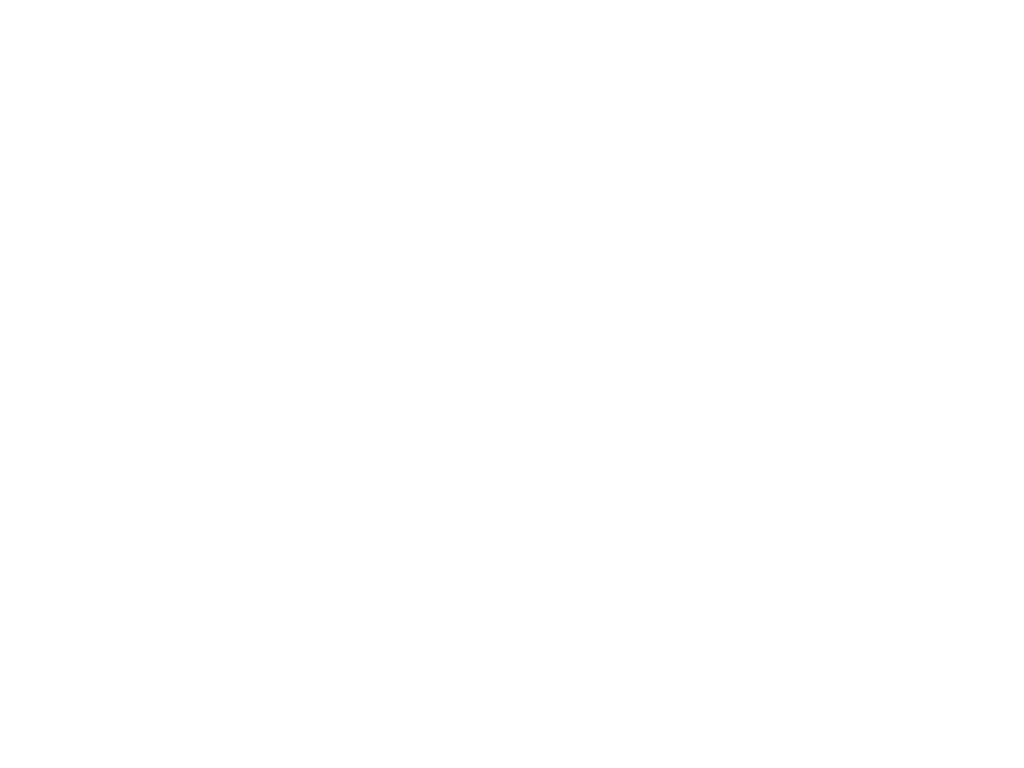
<source format=kicad_sch>
(kicad_sch (version 20211123) (generator eeschema)
  (paper "User" 200 150.012)
  (title_block (title "Soldering Induction (July 2022)") (date "2022-07-19") (rev "3.5.0") (company "UNSW Engineering Makerspace"))
  (lib_symbols
    (symbol "0:RP2040"
      (property "Reference" "U" (at 6.985 -3.81 0))
      (property "Value" "RP2040" (at 6.985 -6.985 0))
      (symbol "RP2040_1_1"
        (text ". . ." (at 21.9446 -20.932 0) (effects (font (size 0.635 0.635)) (justify top)))
        (text "0.15mm Space" (at 11.43 -17.78 0) (effects (font (size 0.635 0.635)) (justify left)))
        (text "0.2mm Space" (at 11.43 -24.13 0) (effects (font (size 0.635 0.635)) (justify left)))
        (text "0.345mm Trace" (at 11.43 -22.86 0) (effects (font (size 0.635 0.635)) (justify left)))
        (text "1.6mm Board" (at 11.43 -25.4 0) (effects (font (size 0.635 0.635)) (justify left)))
        (text "1mm Board" (at 11.43 -19.05 0) (effects (font (size 0.635 0.635)) (justify left)))
        (text "1mm Trace" (at 11.43 -16.51 0) (effects (font (size 0.635 0.635)) (justify left)))
        (text "2-Layer" (at 12.7 -13.97 0) (effects (font (size 0.8467 0.8467) italic) (justify top)))
        (text "27Ω" (at 28.0035 -22.6695 0) (effects (font (size 0.635 0.635)) (justify right)))
        (text "27Ω" (at 28.0035 -20.7645 0) (effects (font (size 0.635 0.635)) (justify right)))
        (text "27Ω Termination Resistors (Close to IC)" (at 11.43 -34.29 0) (effects (font (size 0.635 0.635)) (justify left)))
        (text "4-Layer" (at 12.7 -20.32 0) (effects (font (size 0.8467 0.8467) italic) (justify top)))
        (text "45Ω Impedance To Ground" (at 11.43 -31.75 0) (effects (font (size 0.635 0.635)) (justify left)))
        (text "90Ω Differential (D+,D-) Impedance" (at 11.43 -30.48 0) (effects (font (size 0.635 0.635)) (justify left)))
        (text "JLC7628 USB 2.0 Layout Rules:" (at 8.89 -12.7 0) (effects (font (size 0.8467 0.8467) bold) (justify left top)))
        (text "Length of D+ must match length of D-" (at 11.43 -33.02 0) (effects (font (size 0.635 0.635)) (justify left)))
        (text "Length ≤ 25.4mm" (at 11.43 -29.21 0) (effects (font (size 0.635 0.635)) (justify left)))
        (text "Other Rules" (at 8.89 -26.67 0) (effects (font (size 0.8467 0.8467) bold) (justify left top)))
        (text "RP2040" (at 32.7934 -21.7375 0) (effects (font (size 0.635 0.635) bold)))
        (text "RP2040 USB 2.0 Requirements:" (at 2.54 -10.16 0) (effects (font (size 1.27 1.27) bold) (justify left top)))
        (pin bidirectional line (at -2.54 -19.05 0) (length 2.54) (name "USB_{D}-") (number "46"))
        (pin bidirectional line (at -2.54 -25.4 0) (length 2.54) (name "USB_{D}+") (number "47"))
      )
      (symbol "RP2040_2_1"
        (text "12.000 MHz" (at 18.542 -26.924 0) (effects (font (size 0.635 0.635))))
        (text "C_{LOAD} =" (at 17.399 -14.351 0) (effects (font (size 0.635 0.635) italic) (justify left)))
        (text "C_{L}" (at 9.5504 -18.5674 0) (effects (font (size 0.635 0.635) bold) (justify right)))
        (text "C_{L}^{'} + C_{R}^{'}" (at 22.098 -14.859 0) (effects (font (size 0.635 0.635) italic) (justify left)))
        (text "C_{L}^{'} = C_{L} + C_{pcbL} + C_{pin}" (at 17.399 -16.637 0) (effects (font (size 0.635 0.635) italic) (justify left)))
        (text "C_{L}^{'} x C_{R}^{'}" (at 22.098 -13.589 0) (effects (font (size 0.635 0.635) italic) (justify left)))
        (text "C_{R}" (at 13.9954 -18.5674 0) (effects (font (size 0.635 0.635) bold) (justify left)))
        (text "C_{R}^{'} = C_{R} + C_{pcbR} + C_{pin}" (at 17.399 -18.415 0) (effects (font (size 0.635 0.635) italic) (justify left)))
        (text "Ensure XTAL ESR " (at 14.605 -23.114 0) (effects (font (size 0.635 0.635) italic) (justify left)))
        (text "is accounted for" (at 14.605 -23.495 0) (effects (font (size 0.635 0.635) italic) (justify left top)))
        (text "R_{Adj}" (at 13.6398 -16.764 0) (effects (font (size 0.635 0.635) bold) (justify left)))
        (text "Solve for C_{L} = C_{R}" (at 14.605 -21.59 0) (effects (font (size 0.635 0.635) italic) (justify left)))
        (text "Y" (at 10.8204 -16.0274 0) (effects (font (size 0.3175 0.3175) bold) (justify left)))
        (text "Δf(%) ≤ 50" (at 18.542 -25.654 0) (effects (font (size 0.635 0.635))))
        (pin input line (at 12.7 -40.64 90) (length 2.54) (name "X_{IN}") (number "20"))
        (pin passive line (at 25.4 -40.64 90) (length 2.54) (name "X_{OUT}") (number "21"))
      )
      (symbol "RP2040_3_1"
        (text "Data Bus" (at 11.176 -37.465 0) (effects (font (size 0.635 0.635) italic) (justify left)))
        (text "Quad-SPI" (at 11.176 -36.195 0) (effects (font (size 0.635 0.635) italic) (justify left)))
        (text "Quad-SPI Controls" (at 11.176 -18.669 0) (effects (font (size 0.635 0.635) italic) (justify left)))
        (text "Select, Clock" (at 11.176 -19.939 0) (effects (font (size 0.635 0.635) italic) (justify left)))
        (pin bidirectional line (at -2.54 -40.64 0) (length 2.54) (name "QSPI_{SD3}") (number "51"))
        (pin output line (at -2.54 -20.32 0) (length 2.54) (name "QSPI_{SCLK}") (number "52"))
        (pin bidirectional line (at -2.54 -33.02 0) (length 2.54) (name "QSPI_{SD0}") (number "53"))
        (pin bidirectional line (at -2.54 -38.1 0) (length 2.54) (name "QSPI_{SD2}") (number "54"))
        (pin bidirectional line (at -2.54 -35.56 0) (length 2.54) (name "QSPI_{SD1}") (number "55"))
        (pin bidirectional line (at -2.54 -17.78 0) (length 2.54) (name "QSPI_{SS}") (number "56"))
      )
      (symbol "RP2040_4_1"
        (pin power_in line (at -2.54 -22.86 0) (length 2.54) (name "IOVDD") (number "1"))
        (pin power_in line (at -2.54 -25.4 0) (length 2.54) (name "IOVDD") (number "10"))
        (pin power_in line (at -2.54 -27.94 0) (length 2.54) (name "IOVDD") (number "22"))
        (pin power_in line (at -2.54 -39.37 0) (length 2.54) (name "DVDD") (number "23"))
        (pin power_in line (at -2.54 -30.48 0) (length 2.54) (name "IOVDD") (number "33"))
        (pin power_in line (at -2.54 -33.02 0) (length 2.54) (name "IOVDD") (number "42"))
        (pin power_in line (at -2.54 -45.72 0) (length 2.54) (name "ADC_AVDD") (number "43"))
        (pin power_in line (at -2.54 -11.43 0) (length 2.54) (name "VREG_IN") (number "44"))
        (pin power_out line (at -2.54 -13.97 0) (length 2.54) (name "VREG_VOUT") (number "45"))
        (pin power_in line (at -2.54 -19.05 0) (length 2.54) (name "USB_VDD") (number "48"))
        (pin power_in line (at -2.54 -35.56 0) (length 2.54) (name "IOVDD") (number "49"))
        (pin power_in line (at -2.54 -41.91 0) (length 2.54) (name "DVDD") (number "50"))
        (pin power_in line (at 25.4 -53.34 90) (length 2.54) (name "GND") (number "57"))
      )
      (symbol "RP2040_5_1"
        (text "GPIO" (at 9.525 -48.26 900) (effects (font (size 5.08 5.08) bold)))
        (pin bidirectional line (at 27.94 -30.48 180) (length 2.54) (name "GPIO8") (number "11"))
        (pin bidirectional line (at 27.94 -33.02 180) (length 2.54) (name "GPIO9") (number "12"))
        (pin bidirectional line (at 27.94 -35.56 180) (length 2.54) (name "GPIO10") (number "13"))
        (pin bidirectional line (at 27.94 -38.1 180) (length 2.54) (name "GPIO11") (number "14"))
        (pin bidirectional line (at 27.94 -40.64 180) (length 2.54) (name "GPIO12") (number "15"))
        (pin bidirectional line (at 27.94 -43.18 180) (length 2.54) (name "GPIO13") (number "16"))
        (pin bidirectional line (at 27.94 -45.72 180) (length 2.54) (name "GPIO14") (number "17"))
        (pin bidirectional line (at 27.94 -48.26 180) (length 2.54) (name "GPIO15") (number "18"))
        (pin bidirectional line (at 27.94 -10.16 180) (length 2.54) (name "GPIO0") (number "2"))
        (pin bidirectional line (at 27.94 -50.8 180) (length 2.54) (name "GPIO16") (number "27"))
        (pin bidirectional line (at 27.94 -53.34 180) (length 2.54) (name "GPIO17") (number "28"))
        (pin bidirectional line (at 27.94 -55.88 180) (length 2.54) (name "GPIO18") (number "29"))
        (pin bidirectional line (at 27.94 -12.7 180) (length 2.54) (name "GPIO1") (number "3"))
        (pin bidirectional line (at 27.94 -58.42 180) (length 2.54) (name "GPIO19") (number "30"))
        (pin bidirectional line (at 27.94 -60.96 180) (length 2.54) (name "GPIO20") (number "31"))
        (pin bidirectional line (at 27.94 -63.5 180) (length 2.54) (name "GPIO21") (number "32"))
        (pin bidirectional line (at 27.94 -66.04 180) (length 2.54) (name "GPIO22") (number "34"))
        (pin bidirectional line (at 27.94 -68.58 180) (length 2.54) (name "GPIO23") (number "35"))
        (pin bidirectional line (at 27.94 -71.12 180) (length 2.54) (name "GPIO24") (number "36"))
        (pin bidirectional line (at 27.94 -73.66 180) (length 2.54) (name "GPIO25") (number "37"))
        (pin bidirectional line (at 27.94 -76.2 180) (length 2.54) (name "GPIO26/ADC_{0}") (number "38"))
        (pin bidirectional line (at 27.94 -78.74 180) (length 2.54) (name "GPIO27/ADC_{1}") (number "39"))
        (pin bidirectional line (at 27.94 -15.24 180) (length 2.54) (name "GPIO2") (number "4"))
        (pin bidirectional line (at 27.94 -81.28 180) (length 2.54) (name "GPIO28/ADC_{2}") (number "40"))
        (pin bidirectional line (at 27.94 -83.82 180) (length 2.54) (name "GPIO29/ADC_{3}") (number "41"))
        (pin bidirectional line (at 27.94 -17.78 180) (length 2.54) (name "GPIO3") (number "5"))
        (pin bidirectional line (at 27.94 -20.32 180) (length 2.54) (name "GPIO4") (number "6"))
        (pin bidirectional line (at 27.94 -22.86 180) (length 2.54) (name "GPIO5") (number "7"))
        (pin bidirectional line (at 27.94 -25.4 180) (length 2.54) (name "GPIO6") (number "8"))
        (pin bidirectional line (at 27.94 -27.94 180) (length 2.54) (name "GPIO7") (number "9"))
      )
      (symbol "RP2040_6_1"
        (pin unspecified line (at -2.54 -34.29 0) (length 2.54) (name "TESTEN") (number "19"))
        (pin unspecified line (at -2.54 -19.05 0) (length 2.54) (name "SWCLK") (number "24"))
        (pin bidirectional line (at -2.54 -21.59 0) (length 2.54) (name "SWDIO") (number "25"))
        (pin input line (at -2.54 -13.97 0) (length 2.54) (name "~{RESET}") (number "26"))
      )
    )
    (symbol "0:Y_3TJ412000HYFBC" (pin_names (offset 1.016) hide)
      (property "Reference" "Y" (at 3.175 5.08 0))
      (property "Value" "Y_3TJ412000HYFBC" (at 3.175 3.175 0))
      (symbol "Y_3TJ412000HYFBC_1_1"
        (pin passive line (at -3.81 0 0) (length 1.27) (name "X1") (number "1"))
        (pin power_in line (at 1.27 -5.08 90) (length 1.27) (name "GND") (number "2"))
        (pin passive line (at 3.81 0 180) (length 1.27) (name "X2") (number "3"))
        (pin power_in line (at -1.27 -5.08 90) (length 1.27) (name "GND") (number "4"))
      )
    )
    (symbol "4ms_Power-symbol:GND" (power) (pin_names (offset 0))
      (property "Value" "GND" (at 0 -3.81 0))
      (symbol "GND_1_1"
        (pin power_in line (at 0 0 270) (length 0) hide (name "GND") (number "1"))
      )
    )
    (symbol "Connector:TestPoint_Flag" (pin_numbers hide) (pin_names (offset 0.762) hide)
      (property "Reference" "TP" (at 3.429 1.778 0))
      (property "Value" "TestPoint_Flag" (at 3.302 4.191 0))
      (symbol "TestPoint_Flag_1_1"
        (pin passive line (at 0 0 90) (length 0) (name "1") (number "1"))
      )
    )
    (symbol "Device:C_Small" (pin_numbers hide) (pin_names (offset 0.254) hide)
      (property "Reference" "C" (at 0.254 1.778 0))
      (property "Value" "C_Small" (at 0.254 -2.032 0))
      (symbol "C_Small_1_1"
        (pin passive line (at 0 2.54 270) (length 2.032) (name "~") (number "1"))
        (pin passive line (at 0 -2.54 90) (length 2.032) (name "~") (number "2"))
      )
    )
    (symbol "Device:R_Small" (pin_numbers hide) (pin_names (offset 0.254) hide)
      (property "Reference" "R" (at 0.762 0.508 0))
      (property "Value" "R_Small" (at 0.762 -1.016 0))
      (symbol "R_Small_1_1"
        (pin passive line (at 0 2.54 270) (length 0.762) (name "~") (number "1"))
        (pin passive line (at 0 -2.54 90) (length 0.762) (name "~") (number "2"))
      )
    )
    (symbol "Memory_Flash:W25Q128JVS"
      (property "Reference" "U" (at -8.89 8.89 0))
      (property "Value" "W25Q128JVS" (at 7.62 8.89 0))
      (symbol "W25Q128JVS_1_1"
        (pin input line (at -12.7 2.54 0) (length 2.54) (name "~{CS}") (number "1"))
        (pin bidirectional line (at 12.7 2.54 180) (length 2.54) (name "DO(IO1)") (number "2"))
        (pin bidirectional line (at 12.7 -2.54 180) (length 2.54) (name "IO2") (number "3"))
        (pin power_in line (at 0 -10.16 90) (length 2.54) (name "GND") (number "4"))
        (pin bidirectional line (at 12.7 5.08 180) (length 2.54) (name "DI(IO0)") (number "5"))
        (pin input line (at -12.7 -2.54 0) (length 2.54) (name "CLK") (number "6"))
        (pin bidirectional line (at 12.7 -5.08 180) (length 2.54) (name "IO3") (number "7"))
        (pin power_in line (at 0 10.16 270) (length 2.54) (name "VCC") (number "8"))
      )
    )
    (symbol "RP2040_1"
      (property "Reference" "U" (at 6.985 -3.81 0))
      (property "Value" "RP2040_1" (at 6.985 -6.985 0))
      (symbol "RP2040_1_1_1"
        (text ". . ." (at 21.9446 -20.932 0) (effects (font (size 0.635 0.635)) (justify top)))
        (text "0.15mm Space" (at 11.43 -17.78 0) (effects (font (size 0.635 0.635)) (justify left)))
        (text "0.2mm Space" (at 11.43 -24.13 0) (effects (font (size 0.635 0.635)) (justify left)))
        (text "0.345mm Trace" (at 11.43 -22.86 0) (effects (font (size 0.635 0.635)) (justify left)))
        (text "1.6mm Board" (at 11.43 -25.4 0) (effects (font (size 0.635 0.635)) (justify left)))
        (text "1mm Board" (at 11.43 -19.05 0) (effects (font (size 0.635 0.635)) (justify left)))
        (text "1mm Trace" (at 11.43 -16.51 0) (effects (font (size 0.635 0.635)) (justify left)))
        (text "2-Layer" (at 12.7 -13.97 0) (effects (font (size 0.8467 0.8467) italic) (justify top)))
        (text "27Ω" (at 28.0035 -22.6695 0) (effects (font (size 0.635 0.635)) (justify right)))
        (text "27Ω" (at 28.0035 -20.7645 0) (effects (font (size 0.635 0.635)) (justify right)))
        (text "27Ω Termination Resistors (Close to IC)" (at 11.43 -34.29 0) (effects (font (size 0.635 0.635)) (justify left)))
        (text "4-Layer" (at 12.7 -20.32 0) (effects (font (size 0.8467 0.8467) italic) (justify top)))
        (text "45Ω Impedance To Ground" (at 11.43 -31.75 0) (effects (font (size 0.635 0.635)) (justify left)))
        (text "90Ω Differential (D+,D-) Impedance" (at 11.43 -30.48 0) (effects (font (size 0.635 0.635)) (justify left)))
        (text "JLC7628 USB 2.0 Layout Rules:" (at 8.89 -12.7 0) (effects (font (size 0.8467 0.8467) bold) (justify left top)))
        (text "Length of D+ must match length of D-" (at 11.43 -33.02 0) (effects (font (size 0.635 0.635)) (justify left)))
        (text "Length ≤ 25.4mm" (at 11.43 -29.21 0) (effects (font (size 0.635 0.635)) (justify left)))
        (text "Other Rules" (at 8.89 -26.67 0) (effects (font (size 0.8467 0.8467) bold) (justify left top)))
        (text "RP2040" (at 32.7934 -21.7375 0) (effects (font (size 0.635 0.635) bold)))
        (text "RP2040 USB 2.0 Requirements:" (at 2.54 -10.16 0) (effects (font (size 1.27 1.27) bold) (justify left top)))
        (pin bidirectional line (at -2.54 -19.05 0) (length 2.54) (name "USB_{D}-") (number "46"))
        (pin bidirectional line (at -2.54 -25.4 0) (length 2.54) (name "USB_{D}+") (number "47"))
      )
      (symbol "RP2040_1_2_1"
        (text "12.000 MHz" (at 18.542 -26.924 0) (effects (font (size 0.635 0.635))))
        (text "C_{LOAD} =" (at 17.399 -14.351 0) (effects (font (size 0.635 0.635) italic) (justify left)))
        (text "C_{L}" (at 9.5504 -18.5674 0) (effects (font (size 0.635 0.635) bold) (justify right)))
        (text "C_{L}^{'} + C_{R}^{'}" (at 22.098 -14.859 0) (effects (font (size 0.635 0.635) italic) (justify left)))
        (text "C_{L}^{'} = C_{L} + C_{pcbL} + C_{pin}" (at 17.399 -16.637 0) (effects (font (size 0.635 0.635) italic) (justify left)))
        (text "C_{L}^{'} x C_{R}^{'}" (at 22.098 -13.589 0) (effects (font (size 0.635 0.635) italic) (justify left)))
        (text "C_{R}" (at 13.9954 -18.5674 0) (effects (font (size 0.635 0.635) bold) (justify left)))
        (text "C_{R}^{'} = C_{R} + C_{pcbR} + C_{pin}" (at 17.399 -18.415 0) (effects (font (size 0.635 0.635) italic) (justify left)))
        (text "Ensure XTAL ESR " (at 14.605 -23.114 0) (effects (font (size 0.635 0.635) italic) (justify left)))
        (text "is accounted for" (at 14.605 -23.495 0) (effects (font (size 0.635 0.635) italic) (justify left top)))
        (text "R_{Adj}" (at 13.6398 -16.764 0) (effects (font (size 0.635 0.635) bold) (justify left)))
        (text "Solve for C_{L} = C_{R}" (at 14.605 -21.59 0) (effects (font (size 0.635 0.635) italic) (justify left)))
        (text "Y" (at 10.8204 -16.0274 0) (effects (font (size 0.3175 0.3175) bold) (justify left)))
        (text "Δf(%) ≤ 50" (at 18.542 -25.654 0) (effects (font (size 0.635 0.635))))
        (pin input line (at 12.7 -41.91 90) (length 2.54) (name "X_{IN}") (number "20"))
        (pin passive line (at 25.4 -41.91 90) (length 2.54) (name "X_{OUT}") (number "21"))
      )
      (symbol "RP2040_1_3_1"
        (text "Data Bus" (at 11.176 -27.305 0) (effects (font (size 0.635 0.635) italic) (justify left)))
        (text "Quad-SPI" (at 11.176 -26.035 0) (effects (font (size 0.635 0.635) italic) (justify left)))
        (text "Quad-SPI Controls" (at 11.176 -13.589 0) (effects (font (size 0.635 0.635) italic) (justify left)))
        (text "Select, Clock" (at 11.176 -14.859 0) (effects (font (size 0.635 0.635) italic) (justify left)))
        (pin bidirectional line (at -3.81 -30.48 0) (length 2.54) (name "QSPI_{SD3}") (number "51"))
        (pin output line (at -3.81 -15.24 0) (length 2.54) (name "QSPI_{SCLK}") (number "52"))
        (pin bidirectional line (at -3.81 -22.86 0) (length 2.54) (name "QSPI_{SD0}") (number "53"))
        (pin bidirectional line (at -3.81 -27.94 0) (length 2.54) (name "QSPI_{SD2}") (number "54"))
        (pin bidirectional line (at -3.81 -25.4 0) (length 2.54) (name "QSPI_{SD1}") (number "55"))
        (pin bidirectional line (at -3.81 -12.7 0) (length 2.54) (name "QSPI_{SS}") (number "56"))
      )
      (symbol "RP2040_1_4_1"
        (pin power_in line (at -3.81 -30.48 0) (length 2.54) (name "IOVDD") (number "1"))
        (pin power_in line (at -3.81 -33.02 0) (length 2.54) (name "IOVDD") (number "10"))
        (pin power_in line (at -3.81 -35.56 0) (length 2.54) (name "IOVDD") (number "22"))
        (pin power_in line (at -3.81 -49.53 0) (length 2.54) (name "DVDD") (number "23"))
        (pin power_in line (at -3.81 -38.1 0) (length 2.54) (name "IOVDD") (number "33"))
        (pin power_in line (at -3.81 -40.64 0) (length 2.54) (name "IOVDD") (number "42"))
        (pin power_in line (at -3.81 -57.15 0) (length 2.54) (name "ADC_AVDD") (number "43"))
        (pin power_in line (at -3.81 -13.97 0) (length 2.54) (name "VREG_IN") (number "44"))
        (pin power_out line (at -3.81 -16.51 0) (length 2.54) (name "VREG_VOUT") (number "45"))
        (pin power_in line (at -3.81 -25.4 0) (length 2.54) (name "USB_VDD") (number "48"))
        (pin power_in line (at -3.81 -43.18 0) (length 2.54) (name "IOVDD") (number "49"))
        (pin passive line (at -3.81 -52.07 0) (length 2.54) (name "DVDD") (number "50"))
        (pin power_in line (at 19.05 -67.31 90) (length 2.54) (name "GND") (number "57"))
      )
      (symbol "RP2040_1_5_1"
        (text "GPIO" (at 9.525 -48.26 900) (effects (font (size 5.08 5.08) bold)))
        (pin bidirectional line (at 27.94 -30.48 180) (length 2.54) (name "GPIO8") (number "11"))
        (pin bidirectional line (at 27.94 -33.02 180) (length 2.54) (name "GPIO9") (number "12"))
        (pin bidirectional line (at 27.94 -35.56 180) (length 2.54) (name "GPIO10") (number "13"))
        (pin bidirectional line (at 27.94 -38.1 180) (length 2.54) (name "GPIO11") (number "14"))
        (pin bidirectional line (at 27.94 -40.64 180) (length 2.54) (name "GPIO12") (number "15"))
        (pin bidirectional line (at 27.94 -43.18 180) (length 2.54) (name "GPIO13") (number "16"))
        (pin bidirectional line (at 27.94 -45.72 180) (length 2.54) (name "GPIO14") (number "17"))
        (pin bidirectional line (at 27.94 -48.26 180) (length 2.54) (name "GPIO15") (number "18"))
        (pin bidirectional line (at 27.94 -10.16 180) (length 2.54) (name "GPIO0") (number "2"))
        (pin bidirectional line (at 27.94 -50.8 180) (length 2.54) (name "GPIO16") (number "27"))
        (pin bidirectional line (at 27.94 -53.34 180) (length 2.54) (name "GPIO17") (number "28"))
        (pin bidirectional line (at 27.94 -55.88 180) (length 2.54) (name "GPIO18") (number "29"))
        (pin bidirectional line (at 27.94 -12.7 180) (length 2.54) (name "GPIO1") (number "3"))
        (pin bidirectional line (at 27.94 -58.42 180) (length 2.54) (name "GPIO19") (number "30"))
        (pin bidirectional line (at 27.94 -60.96 180) (length 2.54) (name "GPIO20") (number "31"))
        (pin bidirectional line (at 27.94 -63.5 180) (length 2.54) (name "GPIO21") (number "32"))
        (pin bidirectional line (at 27.94 -66.04 180) (length 2.54) (name "GPIO22") (number "34"))
        (pin bidirectional line (at 27.94 -68.58 180) (length 2.54) (name "GPIO23") (number "35"))
        (pin bidirectional line (at 27.94 -71.12 180) (length 2.54) (name "GPIO24") (number "36"))
        (pin bidirectional line (at 27.94 -73.66 180) (length 2.54) (name "GPIO25") (number "37"))
        (pin bidirectional line (at 27.94 -76.2 180) (length 2.54) (name "GPIO26/ADC_{0}") (number "38"))
        (pin bidirectional line (at 27.94 -78.74 180) (length 2.54) (name "GPIO27/ADC_{1}") (number "39"))
        (pin bidirectional line (at 27.94 -15.24 180) (length 2.54) (name "GPIO2") (number "4"))
        (pin bidirectional line (at 27.94 -81.28 180) (length 2.54) (name "GPIO28/ADC_{2}") (number "40"))
        (pin bidirectional line (at 27.94 -83.82 180) (length 2.54) (name "GPIO29/ADC_{3}") (number "41"))
        (pin bidirectional line (at 27.94 -17.78 180) (length 2.54) (name "GPIO3") (number "5"))
        (pin bidirectional line (at 27.94 -20.32 180) (length 2.54) (name "GPIO4") (number "6"))
        (pin bidirectional line (at 27.94 -22.86 180) (length 2.54) (name "GPIO5") (number "7"))
        (pin bidirectional line (at 27.94 -25.4 180) (length 2.54) (name "GPIO6") (number "8"))
        (pin bidirectional line (at 27.94 -27.94 180) (length 2.54) (name "GPIO7") (number "9"))
      )
      (symbol "RP2040_1_6_1"
        (pin unspecified line (at -2.54 -34.29 0) (length 2.54) (name "TESTEN") (number "19"))
        (pin unspecified line (at -2.54 -19.05 0) (length 2.54) (name "SWCLK") (number "24"))
        (pin bidirectional line (at -2.54 -21.59 0) (length 2.54) (name "SWDIO") (number "25"))
        (pin input line (at -2.54 -13.97 0) (length 2.54) (name "~{RESET}") (number "26"))
      )
    )
    (symbol "RP2040_2"
      (property "Reference" "U" (at 6.985 -3.81 0))
      (property "Value" "RP2040_2" (at 6.985 -6.985 0))
      (symbol "RP2040_2_1_1"
        (text ". . ." (at 21.9446 -20.932 0) (effects (font (size 0.635 0.635)) (justify top)))
        (text "0.15mm Space" (at 11.43 -17.78 0) (effects (font (size 0.635 0.635)) (justify left)))
        (text "0.2mm Space" (at 11.43 -24.13 0) (effects (font (size 0.635 0.635)) (justify left)))
        (text "0.345mm Trace" (at 11.43 -22.86 0) (effects (font (size 0.635 0.635)) (justify left)))
        (text "1.6mm Board" (at 11.43 -25.4 0) (effects (font (size 0.635 0.635)) (justify left)))
        (text "1mm Board" (at 11.43 -19.05 0) (effects (font (size 0.635 0.635)) (justify left)))
        (text "1mm Trace" (at 11.43 -16.51 0) (effects (font (size 0.635 0.635)) (justify left)))
        (text "2-Layer" (at 12.7 -13.97 0) (effects (font (size 0.8467 0.8467) italic) (justify top)))
        (text "27Ω" (at 28.0035 -22.6695 0) (effects (font (size 0.635 0.635)) (justify right)))
        (text "27Ω" (at 28.0035 -20.7645 0) (effects (font (size 0.635 0.635)) (justify right)))
        (text "27Ω Termination Resistors (Close to IC)" (at 11.43 -34.29 0) (effects (font (size 0.635 0.635)) (justify left)))
        (text "4-Layer" (at 12.7 -20.32 0) (effects (font (size 0.8467 0.8467) italic) (justify top)))
        (text "45Ω Impedance To Ground" (at 11.43 -31.75 0) (effects (font (size 0.635 0.635)) (justify left)))
        (text "90Ω Differential (D+,D-) Impedance" (at 11.43 -30.48 0) (effects (font (size 0.635 0.635)) (justify left)))
        (text "JLC7628 USB 2.0 Layout Rules:" (at 8.89 -12.7 0) (effects (font (size 0.8467 0.8467) bold) (justify left top)))
        (text "Length of D+ must match length of D-" (at 11.43 -33.02 0) (effects (font (size 0.635 0.635)) (justify left)))
        (text "Length ≤ 25.4mm" (at 11.43 -29.21 0) (effects (font (size 0.635 0.635)) (justify left)))
        (text "Other Rules" (at 8.89 -26.67 0) (effects (font (size 0.8467 0.8467) bold) (justify left top)))
        (text "RP2040" (at 32.7934 -21.7375 0) (effects (font (size 0.635 0.635) bold)))
        (text "RP2040 USB 2.0 Requirements:" (at 2.54 -10.16 0) (effects (font (size 1.27 1.27) bold) (justify left top)))
        (pin bidirectional line (at -2.54 -19.05 0) (length 2.54) (name "USB_{D}-") (number "46"))
        (pin bidirectional line (at -2.54 -25.4 0) (length 2.54) (name "USB_{D}+") (number "47"))
      )
      (symbol "RP2040_2_2_1"
        (text "12.000 MHz" (at 18.542 -26.924 0) (effects (font (size 0.635 0.635))))
        (text "C_{LOAD} =" (at 17.399 -14.351 0) (effects (font (size 0.635 0.635) italic) (justify left)))
        (text "C_{L}" (at 9.5504 -18.5674 0) (effects (font (size 0.635 0.635) bold) (justify right)))
        (text "C_{L}^{'} + C_{R}^{'}" (at 22.098 -14.859 0) (effects (font (size 0.635 0.635) italic) (justify left)))
        (text "C_{L}^{'} = C_{L} + C_{pcbL} + C_{pin}" (at 17.399 -16.637 0) (effects (font (size 0.635 0.635) italic) (justify left)))
        (text "C_{L}^{'} x C_{R}^{'}" (at 22.098 -13.589 0) (effects (font (size 0.635 0.635) italic) (justify left)))
        (text "C_{R}" (at 13.9954 -18.5674 0) (effects (font (size 0.635 0.635) bold) (justify left)))
        (text "C_{R}^{'} = C_{R} + C_{pcbR} + C_{pin}" (at 17.399 -18.415 0) (effects (font (size 0.635 0.635) italic) (justify left)))
        (text "Ensure XTAL ESR " (at 14.605 -23.114 0) (effects (font (size 0.635 0.635) italic) (justify left)))
        (text "is accounted for" (at 14.605 -23.495 0) (effects (font (size 0.635 0.635) italic) (justify left top)))
        (text "R_{Adj}" (at 13.6398 -16.764 0) (effects (font (size 0.635 0.635) bold) (justify left)))
        (text "Solve for C_{L} = C_{R}" (at 14.605 -21.59 0) (effects (font (size 0.635 0.635) italic) (justify left)))
        (text "Y" (at 10.8204 -16.0274 0) (effects (font (size 0.3175 0.3175) bold) (justify left)))
        (text "Δf(%) ≤ 50" (at 18.542 -25.654 0) (effects (font (size 0.635 0.635))))
        (pin input line (at 12.7 -40.64 90) (length 2.54) (name "X_{IN}") (number "20"))
        (pin passive line (at 25.4 -40.64 90) (length 2.54) (name "X_{OUT}") (number "21"))
      )
      (symbol "RP2040_2_3_1"
        (text "Data Bus" (at 11.176 -37.465 0) (effects (font (size 0.635 0.635) italic) (justify left)))
        (text "Quad-SPI" (at 11.176 -36.195 0) (effects (font (size 0.635 0.635) italic) (justify left)))
        (text "Quad-SPI Controls" (at 11.176 -18.669 0) (effects (font (size 0.635 0.635) italic) (justify left)))
        (text "Select, Clock" (at 11.176 -19.939 0) (effects (font (size 0.635 0.635) italic) (justify left)))
        (pin bidirectional line (at -2.54 -40.64 0) (length 2.54) (name "QSPI_{SD3}") (number "51"))
        (pin output line (at -2.54 -20.32 0) (length 2.54) (name "QSPI_{SCLK}") (number "52"))
        (pin bidirectional line (at -2.54 -33.02 0) (length 2.54) (name "QSPI_{SD0}") (number "53"))
        (pin bidirectional line (at -2.54 -38.1 0) (length 2.54) (name "QSPI_{SD2}") (number "54"))
        (pin bidirectional line (at -2.54 -35.56 0) (length 2.54) (name "QSPI_{SD1}") (number "55"))
        (pin bidirectional line (at -2.54 -17.78 0) (length 2.54) (name "QSPI_{SS}") (number "56"))
      )
      (symbol "RP2040_2_4_1"
        (pin power_in line (at -3.81 -30.48 0) (length 2.54) (name "IOVDD") (number "1"))
        (pin power_in line (at -3.81 -33.02 0) (length 2.54) (name "IOVDD") (number "10"))
        (pin power_in line (at -3.81 -35.56 0) (length 2.54) (name "IOVDD") (number "22"))
        (pin power_in line (at -3.81 -49.53 0) (length 2.54) (name "DVDD") (number "23"))
        (pin power_in line (at -3.81 -38.1 0) (length 2.54) (name "IOVDD") (number "33"))
        (pin power_in line (at -3.81 -40.64 0) (length 2.54) (name "IOVDD") (number "42"))
        (pin power_in line (at -3.81 -57.15 0) (length 2.54) (name "ADC_AVDD") (number "43"))
        (pin power_in line (at -3.81 -13.97 0) (length 2.54) (name "VREG_IN") (number "44"))
        (pin power_out line (at -3.81 -16.51 0) (length 2.54) (name "VREG_VOUT") (number "45"))
        (pin power_in line (at -3.81 -25.4 0) (length 2.54) (name "USB_VDD") (number "48"))
        (pin power_in line (at -3.81 -43.18 0) (length 2.54) (name "IOVDD") (number "49"))
        (pin passive line (at -3.81 -52.07 0) (length 2.54) (name "DVDD") (number "50"))
        (pin power_in line (at 19.05 -67.31 90) (length 2.54) (name "GND") (number "57"))
      )
      (symbol "RP2040_2_5_1"
        (text "GPIO" (at 9.525 -48.26 900) (effects (font (size 5.08 5.08) bold)))
        (pin bidirectional line (at 27.94 -30.48 180) (length 2.54) (name "GPIO8") (number "11"))
        (pin bidirectional line (at 27.94 -33.02 180) (length 2.54) (name "GPIO9") (number "12"))
        (pin bidirectional line (at 27.94 -35.56 180) (length 2.54) (name "GPIO10") (number "13"))
        (pin bidirectional line (at 27.94 -38.1 180) (length 2.54) (name "GPIO11") (number "14"))
        (pin bidirectional line (at 27.94 -40.64 180) (length 2.54) (name "GPIO12") (number "15"))
        (pin bidirectional line (at 27.94 -43.18 180) (length 2.54) (name "GPIO13") (number "16"))
        (pin bidirectional line (at 27.94 -45.72 180) (length 2.54) (name "GPIO14") (number "17"))
        (pin bidirectional line (at 27.94 -48.26 180) (length 2.54) (name "GPIO15") (number "18"))
        (pin bidirectional line (at 27.94 -10.16 180) (length 2.54) (name "GPIO0") (number "2"))
        (pin bidirectional line (at 27.94 -50.8 180) (length 2.54) (name "GPIO16") (number "27"))
        (pin bidirectional line (at 27.94 -53.34 180) (length 2.54) (name "GPIO17") (number "28"))
        (pin bidirectional line (at 27.94 -55.88 180) (length 2.54) (name "GPIO18") (number "29"))
        (pin bidirectional line (at 27.94 -12.7 180) (length 2.54) (name "GPIO1") (number "3"))
        (pin bidirectional line (at 27.94 -58.42 180) (length 2.54) (name "GPIO19") (number "30"))
        (pin bidirectional line (at 27.94 -60.96 180) (length 2.54) (name "GPIO20") (number "31"))
        (pin bidirectional line (at 27.94 -63.5 180) (length 2.54) (name "GPIO21") (number "32"))
        (pin bidirectional line (at 27.94 -66.04 180) (length 2.54) (name "GPIO22") (number "34"))
        (pin bidirectional line (at 27.94 -68.58 180) (length 2.54) (name "GPIO23") (number "35"))
        (pin bidirectional line (at 27.94 -71.12 180) (length 2.54) (name "GPIO24") (number "36"))
        (pin bidirectional line (at 27.94 -73.66 180) (length 2.54) (name "GPIO25") (number "37"))
        (pin bidirectional line (at 27.94 -76.2 180) (length 2.54) (name "GPIO26/ADC_{0}") (number "38"))
        (pin bidirectional line (at 27.94 -78.74 180) (length 2.54) (name "GPIO27/ADC_{1}") (number "39"))
        (pin bidirectional line (at 27.94 -15.24 180) (length 2.54) (name "GPIO2") (number "4"))
        (pin bidirectional line (at 27.94 -81.28 180) (length 2.54) (name "GPIO28/ADC_{2}") (number "40"))
        (pin bidirectional line (at 27.94 -83.82 180) (length 2.54) (name "GPIO29/ADC_{3}") (number "41"))
        (pin bidirectional line (at 27.94 -17.78 180) (length 2.54) (name "GPIO3") (number "5"))
        (pin bidirectional line (at 27.94 -20.32 180) (length 2.54) (name "GPIO4") (number "6"))
        (pin bidirectional line (at 27.94 -22.86 180) (length 2.54) (name "GPIO5") (number "7"))
        (pin bidirectional line (at 27.94 -25.4 180) (length 2.54) (name "GPIO6") (number "8"))
        (pin bidirectional line (at 27.94 -27.94 180) (length 2.54) (name "GPIO7") (number "9"))
      )
      (symbol "RP2040_2_6_1"
        (pin unspecified line (at -2.54 -34.29 0) (length 2.54) (name "TESTEN") (number "19"))
        (pin unspecified line (at -2.54 -19.05 0) (length 2.54) (name "SWCLK") (number "24"))
        (pin bidirectional line (at -2.54 -21.59 0) (length 2.54) (name "SWDIO") (number "25"))
        (pin input line (at -2.54 -13.97 0) (length 2.54) (name "~{RESET}") (number "26"))
      )
    )
    (symbol "RP2040_3"
      (property "Reference" "U" (at 6.985 -3.81 0))
      (property "Value" "RP2040_3" (at 6.985 -6.985 0))
      (symbol "RP2040_3_1_1"
        (text ". . ." (at 21.9446 -20.932 0) (effects (font (size 0.635 0.635)) (justify top)))
        (text "0.15mm Space" (at 11.43 -17.78 0) (effects (font (size 0.635 0.635)) (justify left)))
        (text "0.2mm Space" (at 11.43 -24.13 0) (effects (font (size 0.635 0.635)) (justify left)))
        (text "0.345mm Trace" (at 11.43 -22.86 0) (effects (font (size 0.635 0.635)) (justify left)))
        (text "1.6mm Board" (at 11.43 -25.4 0) (effects (font (size 0.635 0.635)) (justify left)))
        (text "1mm Board" (at 11.43 -19.05 0) (effects (font (size 0.635 0.635)) (justify left)))
        (text "1mm Trace" (at 11.43 -16.51 0) (effects (font (size 0.635 0.635)) (justify left)))
        (text "2-Layer" (at 12.7 -13.97 0) (effects (font (size 0.8467 0.8467) italic) (justify top)))
        (text "27Ω" (at 28.0035 -22.6695 0) (effects (font (size 0.635 0.635)) (justify right)))
        (text "27Ω" (at 28.0035 -20.7645 0) (effects (font (size 0.635 0.635)) (justify right)))
        (text "27Ω Termination Resistors (Close to IC)" (at 11.43 -34.29 0) (effects (font (size 0.635 0.635)) (justify left)))
        (text "4-Layer" (at 12.7 -20.32 0) (effects (font (size 0.8467 0.8467) italic) (justify top)))
        (text "45Ω Impedance To Ground" (at 11.43 -31.75 0) (effects (font (size 0.635 0.635)) (justify left)))
        (text "90Ω Differential (D+,D-) Impedance" (at 11.43 -30.48 0) (effects (font (size 0.635 0.635)) (justify left)))
        (text "JLC7628 USB 2.0 Layout Rules:" (at 8.89 -12.7 0) (effects (font (size 0.8467 0.8467) bold) (justify left top)))
        (text "Length of D+ must match length of D-" (at 11.43 -33.02 0) (effects (font (size 0.635 0.635)) (justify left)))
        (text "Length ≤ 25.4mm" (at 11.43 -29.21 0) (effects (font (size 0.635 0.635)) (justify left)))
        (text "Other Rules" (at 8.89 -26.67 0) (effects (font (size 0.8467 0.8467) bold) (justify left top)))
        (text "RP2040" (at 32.7934 -21.7375 0) (effects (font (size 0.635 0.635) bold)))
        (text "RP2040 USB 2.0 Requirements:" (at 2.54 -10.16 0) (effects (font (size 1.27 1.27) bold) (justify left top)))
        (pin bidirectional line (at -2.54 -19.05 0) (length 2.54) (name "USB_{D}-") (number "46"))
        (pin bidirectional line (at -2.54 -25.4 0) (length 2.54) (name "USB_{D}+") (number "47"))
      )
      (symbol "RP2040_3_2_1"
        (text "12.000 MHz" (at 18.542 -26.924 0) (effects (font (size 0.635 0.635))))
        (text "C_{LOAD} =" (at 17.399 -14.351 0) (effects (font (size 0.635 0.635) italic) (justify left)))
        (text "C_{L}" (at 9.5504 -18.5674 0) (effects (font (size 0.635 0.635) bold) (justify right)))
        (text "C_{L}^{'} + C_{R}^{'}" (at 22.098 -14.859 0) (effects (font (size 0.635 0.635) italic) (justify left)))
        (text "C_{L}^{'} = C_{L} + C_{pcbL} + C_{pin}" (at 17.399 -16.637 0) (effects (font (size 0.635 0.635) italic) (justify left)))
        (text "C_{L}^{'} x C_{R}^{'}" (at 22.098 -13.589 0) (effects (font (size 0.635 0.635) italic) (justify left)))
        (text "C_{R}" (at 13.9954 -18.5674 0) (effects (font (size 0.635 0.635) bold) (justify left)))
        (text "C_{R}^{'} = C_{R} + C_{pcbR} + C_{pin}" (at 17.399 -18.415 0) (effects (font (size 0.635 0.635) italic) (justify left)))
        (text "Ensure XTAL ESR " (at 14.605 -23.114 0) (effects (font (size 0.635 0.635) italic) (justify left)))
        (text "is accounted for" (at 14.605 -23.495 0) (effects (font (size 0.635 0.635) italic) (justify left top)))
        (text "R_{Adj}" (at 13.6398 -16.764 0) (effects (font (size 0.635 0.635) bold) (justify left)))
        (text "Solve for C_{L} = C_{R}" (at 14.605 -21.59 0) (effects (font (size 0.635 0.635) italic) (justify left)))
        (text "Y" (at 10.8204 -16.0274 0) (effects (font (size 0.3175 0.3175) bold) (justify left)))
        (text "Δf(%) ≤ 50" (at 18.542 -25.654 0) (effects (font (size 0.635 0.635))))
        (pin input line (at 12.7 -40.64 90) (length 2.54) (name "X_{IN}") (number "20"))
        (pin passive line (at 25.4 -40.64 90) (length 2.54) (name "X_{OUT}") (number "21"))
      )
      (symbol "RP2040_3_3_1"
        (text "Data Bus" (at 11.176 -24.765 0) (effects (font (size 0.635 0.635) italic) (justify left)))
        (text "Quad-SPI" (at 11.176 -23.495 0) (effects (font (size 0.635 0.635) italic) (justify left)))
        (text "Quad-SPI Controls" (at 11.176 -13.589 0) (effects (font (size 0.635 0.635) italic) (justify left)))
        (text "Select, Clock" (at 11.176 -14.859 0) (effects (font (size 0.635 0.635) italic) (justify left)))
        (pin bidirectional line (at -2.54 -27.94 0) (length 2.54) (name "QSPI_{SD3}") (number "51"))
        (pin output line (at -2.54 -15.24 0) (length 2.54) (name "QSPI_{SCLK}") (number "52"))
        (pin bidirectional line (at -2.54 -20.32 0) (length 2.54) (name "QSPI_{SD0}") (number "53"))
        (pin bidirectional line (at -2.54 -25.4 0) (length 2.54) (name "QSPI_{SD2}") (number "54"))
        (pin bidirectional line (at -2.54 -22.86 0) (length 2.54) (name "QSPI_{SD1}") (number "55"))
        (pin bidirectional line (at -2.54 -12.7 0) (length 2.54) (name "QSPI_{SS}") (number "56"))
      )
      (symbol "RP2040_3_4_1"
        (pin power_in line (at -2.54 -22.86 0) (length 2.54) (name "IOVDD") (number "1"))
        (pin power_in line (at -2.54 -25.4 0) (length 2.54) (name "IOVDD") (number "10"))
        (pin power_in line (at -2.54 -27.94 0) (length 2.54) (name "IOVDD") (number "22"))
        (pin power_in line (at -2.54 -39.37 0) (length 2.54) (name "DVDD") (number "23"))
        (pin power_in line (at -2.54 -30.48 0) (length 2.54) (name "IOVDD") (number "33"))
        (pin power_in line (at -2.54 -33.02 0) (length 2.54) (name "IOVDD") (number "42"))
        (pin power_in line (at -2.54 -45.72 0) (length 2.54) (name "ADC_AVDD") (number "43"))
        (pin power_in line (at -2.54 -11.43 0) (length 2.54) (name "VREG_IN") (number "44"))
        (pin power_out line (at -2.54 -13.97 0) (length 2.54) (name "VREG_VOUT") (number "45"))
        (pin power_in line (at -2.54 -19.05 0) (length 2.54) (name "USB_VDD") (number "48"))
        (pin power_in line (at -2.54 -35.56 0) (length 2.54) (name "IOVDD") (number "49"))
        (pin power_in line (at -2.54 -41.91 0) (length 2.54) (name "DVDD") (number "50"))
        (pin power_in line (at 25.4 -53.34 90) (length 2.54) (name "GND") (number "57"))
      )
      (symbol "RP2040_3_5_1"
        (text "GPIO" (at 9.525 -48.26 900) (effects (font (size 5.08 5.08) bold)))
        (pin bidirectional line (at 27.94 -30.48 180) (length 2.54) (name "GPIO8") (number "11"))
        (pin bidirectional line (at 27.94 -33.02 180) (length 2.54) (name "GPIO9") (number "12"))
        (pin bidirectional line (at 27.94 -35.56 180) (length 2.54) (name "GPIO10") (number "13"))
        (pin bidirectional line (at 27.94 -38.1 180) (length 2.54) (name "GPIO11") (number "14"))
        (pin bidirectional line (at 27.94 -40.64 180) (length 2.54) (name "GPIO12") (number "15"))
        (pin bidirectional line (at 27.94 -43.18 180) (length 2.54) (name "GPIO13") (number "16"))
        (pin bidirectional line (at 27.94 -45.72 180) (length 2.54) (name "GPIO14") (number "17"))
        (pin bidirectional line (at 27.94 -48.26 180) (length 2.54) (name "GPIO15") (number "18"))
        (pin bidirectional line (at 27.94 -10.16 180) (length 2.54) (name "GPIO0") (number "2"))
        (pin bidirectional line (at 27.94 -50.8 180) (length 2.54) (name "GPIO16") (number "27"))
        (pin bidirectional line (at 27.94 -53.34 180) (length 2.54) (name "GPIO17") (number "28"))
        (pin bidirectional line (at 27.94 -55.88 180) (length 2.54) (name "GPIO18") (number "29"))
        (pin bidirectional line (at 27.94 -12.7 180) (length 2.54) (name "GPIO1") (number "3"))
        (pin bidirectional line (at 27.94 -58.42 180) (length 2.54) (name "GPIO19") (number "30"))
        (pin bidirectional line (at 27.94 -60.96 180) (length 2.54) (name "GPIO20") (number "31"))
        (pin bidirectional line (at 27.94 -63.5 180) (length 2.54) (name "GPIO21") (number "32"))
        (pin bidirectional line (at 27.94 -66.04 180) (length 2.54) (name "GPIO22") (number "34"))
        (pin bidirectional line (at 27.94 -68.58 180) (length 2.54) (name "GPIO23") (number "35"))
        (pin bidirectional line (at 27.94 -71.12 180) (length 2.54) (name "GPIO24") (number "36"))
        (pin bidirectional line (at 27.94 -73.66 180) (length 2.54) (name "GPIO25") (number "37"))
        (pin bidirectional line (at 27.94 -76.2 180) (length 2.54) (name "GPIO26/ADC_{0}") (number "38"))
        (pin bidirectional line (at 27.94 -78.74 180) (length 2.54) (name "GPIO27/ADC_{1}") (number "39"))
        (pin bidirectional line (at 27.94 -15.24 180) (length 2.54) (name "GPIO2") (number "4"))
        (pin bidirectional line (at 27.94 -81.28 180) (length 2.54) (name "GPIO28/ADC_{2}") (number "40"))
        (pin bidirectional line (at 27.94 -83.82 180) (length 2.54) (name "GPIO29/ADC_{3}") (number "41"))
        (pin bidirectional line (at 27.94 -17.78 180) (length 2.54) (name "GPIO3") (number "5"))
        (pin bidirectional line (at 27.94 -20.32 180) (length 2.54) (name "GPIO4") (number "6"))
        (pin bidirectional line (at 27.94 -22.86 180) (length 2.54) (name "GPIO5") (number "7"))
        (pin bidirectional line (at 27.94 -25.4 180) (length 2.54) (name "GPIO6") (number "8"))
        (pin bidirectional line (at 27.94 -27.94 180) (length 2.54) (name "GPIO7") (number "9"))
      )
      (symbol "RP2040_3_6_1"
        (pin unspecified line (at -2.54 -34.29 0) (length 2.54) (name "TESTEN") (number "19"))
        (pin unspecified line (at -2.54 -19.05 0) (length 2.54) (name "SWCLK") (number "24"))
        (pin bidirectional line (at -2.54 -21.59 0) (length 2.54) (name "SWDIO") (number "25"))
        (pin input line (at -2.54 -13.97 0) (length 2.54) (name "~{RESET}") (number "26"))
      )
    )
    (symbol "power:+1V2" (power) (pin_names (offset 0))
      (property "Value" "+1V2" (at 0 3.556 0))
      (symbol "+1V2_1_1"
        (pin power_in line (at 0 0 90) (length 0) hide (name "+1V2") (number "1"))
      )
    )
    (symbol "power:+3V3" (power) (pin_names (offset 0))
      (property "Value" "+3V3" (at 0 3.556 0))
      (symbol "+3V3_1_1"
        (pin power_in line (at 0 0 90) (length 0) hide (name "+3V3") (number "1"))
      )
    )
  )
  (bus_alias "RP2040_IO" (members "D0" "D1" "D2" "D3" "D4" "D5" "D6" "D7" "D8" "D9" "D10" "D11" "D12" "D13" "D14" "D15" "ADC0" "ADC1" "ADC2" "ADC3" "D16" "D17" "D18" "D19" "D20" "D21" "D22" "D23" "D24" "D25" "D26" "D27" "D28" "D29"))
  (junction (at 93.98 -30.48))
  (junction (at 22.86 -85.09))
  (junction (at 15.24 -88.9))
  (junction (at 39.37 -54.61))
  (junction (at 39.37 -71.12))
  (junction (at 39.37 -63.5))
  (junction (at 39.37 -66.04))
  (junction (at 106.68 -30.48))
  (junction (at -17.78 -124.46))
  (junction (at 15.24 -82.55))
  (junction (at -1.27 -127))
  (junction (at -17.78 -119.38))
  (junction (at 39.37 -73.66))
  (junction (at 22.86 -88.9))
  (junction (at 39.37 -60.96))
  (junction (at 39.37 -68.58))
  (junction (at -1.27 -106.68))
  (junction (at 101.6 -17.78))
  (junction (at 99.06 -17.78))
  (junction (at 39.37 -77.47))
  (junction (at 106.68 -17.78))
  (bus_entry (at 161.29 -78.74) (size 2.54 -2.54))
  (bus_entry (at 161.29 -91.44) (size 2.54 -2.54))
  (bus_entry (at 161.29 -93.98) (size 2.54 -2.54))
  (bus_entry (at 161.29 -73.66) (size 2.54 -2.54))
  (bus_entry (at 161.29 -119.38) (size 2.54 -2.54))
  (bus_entry (at 161.29 -58.42) (size 2.54 -2.54))
  (bus_entry (at 161.29 -83.82) (size 2.54 -2.54))
  (bus_entry (at 161.29 -121.92) (size 2.54 -2.54))
  (bus_entry (at 161.29 -111.76) (size 2.54 -2.54))
  (bus_entry (at 161.29 -60.96) (size 2.54 -2.54))
  (bus_entry (at 161.29 -68.58) (size 2.54 -2.54))
  (bus_entry (at 161.29 -71.12) (size 2.54 -2.54))
  (bus_entry (at 161.29 -50.8) (size 2.54 -2.54))
  (bus_entry (at 161.29 -81.28) (size 2.54 -2.54))
  (bus_entry (at 161.29 -66.04) (size 2.54 -2.54))
  (bus_entry (at 161.29 -55.88) (size 2.54 -2.54))
  (bus_entry (at 161.29 -86.36) (size 2.54 -2.54))
  (bus_entry (at 161.29 -116.84) (size 2.54 -2.54))
  (bus_entry (at 161.29 -63.5) (size 2.54 -2.54))
  (bus_entry (at 161.29 -53.34) (size 2.54 -2.54))
  (bus_entry (at 161.29 -106.68) (size 2.54 -2.54))
  (bus_entry (at 161.29 -101.6) (size 2.54 -2.54))
  (bus_entry (at 161.29 -114.3) (size 2.54 -2.54))
  (bus_entry (at 161.29 -76.2) (size 2.54 -2.54))
  (bus_entry (at 161.29 -104.14) (size 2.54 -2.54))
  (bus_entry (at 161.29 -124.46) (size 2.54 -2.54))
  (bus_entry (at 161.29 -99.06) (size 2.54 -2.54))
  (bus_entry (at 161.29 -109.22) (size 2.54 -2.54))
  (bus_entry (at 161.29 -96.52) (size 2.54 -2.54))
  (bus_entry (at 161.29 -88.9) (size 2.54 -2.54))
  (wire (pts (xy 99.06 -25.4) (xy 99.06 -17.78)))
  (wire (pts (xy 93.98 -43.18) (xy 93.98 -30.48)))
  (bus (pts (xy 163.83 -96.52) (xy 163.83 -93.98)))
  (wire (pts (xy 106.68 -30.48) (xy 106.68 -29.21)))
  (bus (pts (xy 163.83 -127) (xy 163.83 -124.46)))
  (wire (pts (xy 148.59 -60.96) (xy 161.29 -60.96)))
  (wire (pts (xy 22.86 -77.47) (xy 22.86 -85.09)))
  (bus (pts (xy 163.83 -114.3) (xy 163.83 -111.76)))
  (bus (pts (xy 163.83 -124.46) (xy 163.83 -121.92)))
  (bus (pts (xy 163.83 -58.42) (xy 163.83 -55.88)))
  (wire (pts (xy 104.14 -30.48) (xy 106.68 -30.48)))
  (wire (pts (xy 148.59 -121.92) (xy 161.29 -121.92)))
  (wire (pts (xy 148.59 -116.84) (xy 161.29 -116.84)))
  (wire (pts (xy 93.98 -30.48) (xy 93.98 -29.21)))
  (wire (pts (xy 93.98 -17.78) (xy 99.06 -17.78)))
  (wire (pts (xy 148.59 -101.6) (xy 161.29 -101.6)))
  (wire (pts (xy -1.27 -133.35) (xy -1.27 -127)))
  (wire (pts (xy 17.78 -88.9) (xy 15.24 -88.9)))
  (bus (pts (xy 163.83 -104.14) (xy 163.83 -101.6)))
  (bus (pts (xy 163.83 -88.9) (xy 163.83 -86.36)))
  (bus (pts (xy 163.83 -109.22) (xy 163.83 -106.68)))
  (bus (pts (xy 163.83 -91.44) (xy 163.83 -88.9)))
  (wire (pts (xy 15.24 -82.55) (xy 15.24 -54.61)))
  (wire (pts (xy 148.59 -50.8) (xy 161.29 -50.8)))
  (wire (pts (xy 148.59 -104.14) (xy 161.29 -104.14)))
  (wire (pts (xy 148.59 -58.42) (xy 161.29 -58.42)))
  (wire (pts (xy 93.98 -24.13) (xy 93.98 -17.78)))
  (wire (pts (xy 22.86 -85.09) (xy 39.37 -85.09)))
  (wire (pts (xy 22.86 -88.9) (xy 30.48 -88.9)))
  (wire (pts (xy 39.37 -57.15) (xy 39.37 -54.61)))
  (bus (pts (xy 163.83 -111.76) (xy 163.83 -109.22)))
  (wire (pts (xy 39.37 -60.96) (xy 39.37 -63.5)))
  (wire (pts (xy -13.97 -128.27) (xy -13.97 -124.46)))
  (wire (pts (xy -19.05 -114.3) (xy -13.97 -114.3)))
  (bus (pts (xy 163.83 -86.36) (xy 163.83 -83.82)))
  (wire (pts (xy 15.24 -82.55) (xy 15.24 -88.9)))
  (wire (pts (xy 148.59 -83.82) (xy 161.29 -83.82)))
  (bus (pts (xy 163.83 -101.6) (xy 163.83 -99.06)))
  (wire (pts (xy 15.24 -54.61) (xy 39.37 -54.61)))
  (wire (pts (xy -17.78 -124.46) (xy -17.78 -119.38)))
  (bus (pts (xy 163.83 -71.12) (xy 163.83 -68.58)))
  (bus (pts (xy 163.83 -106.68) (xy 163.83 -104.14)))
  (wire (pts (xy 39.37 -68.58) (xy 39.37 -71.12)))
  (wire (pts (xy 148.59 -109.22) (xy 161.29 -109.22)))
  (wire (pts (xy -17.78 -33.02) (xy -17.78 -30.48)))
  (bus (pts (xy 163.83 -68.58) (xy 163.83 -66.04)))
  (wire (pts (xy 39.37 -63.5) (xy 39.37 -66.04)))
  (wire (pts (xy 22.86 -88.9) (xy 22.86 -85.09)))
  (wire (pts (xy 148.59 -111.76) (xy 161.29 -111.76)))
  (wire (pts (xy 148.59 -119.38) (xy 161.29 -119.38)))
  (wire (pts (xy 148.59 -63.5) (xy 161.29 -63.5)))
  (bus (pts (xy 163.83 -99.06) (xy 163.83 -96.52)))
  (wire (pts (xy 99.06 -17.78) (xy 101.6 -17.78)))
  (wire (pts (xy 22.86 -127) (xy 22.86 -119.38)))
  (bus (pts (xy 163.83 -130.81) (xy 163.83 -127)))
  (wire (pts (xy -13.97 -124.46) (xy -17.78 -124.46)))
  (bus (pts (xy 163.83 -63.5) (xy 163.83 -60.96)))
  (wire (pts (xy 148.59 -91.44) (xy 161.29 -91.44)))
  (wire (pts (xy 6.35 -36.83) (xy 6.35 -34.29)))
  (wire (pts (xy 30.48 -90.17) (xy 30.48 -88.9)))
  (bus (pts (xy 163.83 -81.28) (xy 163.83 -78.74)))
  (wire (pts (xy 101.6 -25.4) (xy 101.6 -17.78)))
  (wire (pts (xy 148.59 -96.52) (xy 161.29 -96.52)))
  (wire (pts (xy 39.37 -82.55) (xy 15.24 -82.55)))
  (wire (pts (xy 39.37 -77.47) (xy 22.86 -77.47)))
  (wire (pts (xy 148.59 -76.2) (xy 161.29 -76.2)))
  (wire (pts (xy 36.83 -50.8) (xy 36.83 -60.96)))
  (wire (pts (xy -17.78 -125.73) (xy -17.78 -124.46)))
  (wire (pts (xy 106.68 -17.78) (xy 106.68 -24.13)))
  (wire (pts (xy 148.59 -106.68) (xy 161.29 -106.68)))
  (wire (pts (xy 148.59 -81.28) (xy 161.29 -81.28)))
  (wire (pts (xy 148.59 -73.66) (xy 161.29 -73.66)))
  (bus (pts (xy 163.83 -121.92) (xy 163.83 -119.38)))
  (bus (pts (xy 163.83 -116.84) (xy 163.83 -114.3)))
  (wire (pts (xy 13.97 -88.9) (xy 15.24 -88.9)))
  (wire (pts (xy 39.37 -73.66) (xy 39.37 -77.47)))
  (wire (pts (xy 106.68 -43.18) (xy 106.68 -40.64)))
  (bus (pts (xy 163.83 -76.2) (xy 163.83 -73.66)))
  (bus (pts (xy 163.83 -60.96) (xy 163.83 -58.42)))
  (wire (pts (xy -17.78 -119.38) (xy -13.97 -119.38)))
  (wire (pts (xy 93.98 -30.48) (xy 96.52 -30.48)))
  (bus (pts (xy 163.83 -83.82) (xy 163.83 -81.28)))
  (wire (pts (xy 148.59 -88.9) (xy 161.29 -88.9)))
  (wire (pts (xy 22.86 -114.3) (xy 22.86 -106.68)))
  (wire (pts (xy 106.68 -35.56) (xy 106.68 -30.48)))
  (wire (pts (xy 101.6 -17.78) (xy 106.68 -17.78)))
  (wire (pts (xy -1.27 -106.68) (xy -1.27 -101.6)))
  (bus (pts (xy 163.83 -78.74) (xy 163.83 -76.2)))
  (wire (pts (xy 148.59 -93.98) (xy 161.29 -93.98)))
  (wire (pts (xy 39.37 -50.8) (xy 36.83 -50.8)))
  (wire (pts (xy 148.59 -66.04) (xy 161.29 -66.04)))
  (wire (pts (xy 148.59 -86.36) (xy 161.29 -86.36)))
  (wire (pts (xy 36.83 -60.96) (xy 39.37 -60.96)))
  (wire (pts (xy 148.59 -53.34) (xy 161.29 -53.34)))
  (wire (pts (xy 39.37 -66.04) (xy 39.37 -68.58)))
  (wire (pts (xy 148.59 -124.46) (xy 161.29 -124.46)))
  (wire (pts (xy -5.08 -43.18) (xy -5.08 -41.91)))
  (wire (pts (xy -1.27 -106.68) (xy 22.86 -106.68)))
  (bus (pts (xy 163.83 -93.98) (xy 163.83 -91.44)))
  (wire (pts (xy 148.59 -114.3) (xy 161.29 -114.3)))
  (wire (pts (xy 148.59 -68.58) (xy 161.29 -68.58)))
  (wire (pts (xy 22.86 -96.52) (xy 22.86 -88.9)))
  (wire (pts (xy -19.05 -119.38) (xy -17.78 -119.38)))
  (wire (pts (xy 148.59 -71.12) (xy 161.29 -71.12)))
  (wire (pts (xy 15.24 -88.9) (xy 15.24 -96.52)))
  (bus (pts (xy 163.83 -73.66) (xy 163.83 -71.12)))
  (wire (pts (xy 148.59 -78.74) (xy 161.29 -78.74)))
  (wire (pts (xy -5.08 -36.83) (xy -5.08 -34.29)))
  (wire (pts (xy 39.37 -71.12) (xy 39.37 -73.66)))
  (wire (pts (xy -17.78 -39.37) (xy -17.78 -38.1)))
  (wire (pts (xy 148.59 -99.06) (xy 161.29 -99.06)))
  (bus (pts (xy 163.83 -119.38) (xy 163.83 -116.84)))
  (wire (pts (xy -17.78 -133.35) (xy -17.78 -130.81)))
  (bus (pts (xy 163.83 -55.88) (xy 163.83 -53.34)))
  (wire (pts (xy 22.86 -127) (xy -1.27 -127)))
  (wire (pts (xy 148.59 -55.88) (xy 161.29 -55.88)))
  (bus (pts (xy 163.83 -66.04) (xy 163.83 -63.5)))
  (label ".D21" (at 157.48 -71.12 0))
  (label ".D10" (at 157.48 -99.06 0))
  (label ".D19" (at 157.48 -76.2 0))
  (label "QSPI.IO2" (at 78.74 -109.22 180))
  (label ".D5" (at 157.48 -111.76 0))
  (label ".D22" (at 157.48 -68.58 0))
  (label ".D11" (at 157.48 -96.52 0))
  (label "QSPI.SCK" (at -19.05 -114.3 180))
  (label "QSPI.IO2" (at 11.43 -114.3 0))
  (label ".D13" (at 157.48 -91.44 0))
  (label ".D29" (at 148.59 -50.8 0))
  (label "QSPI.IO3" (at 11.43 -111.76 0))
  (label ".D28" (at 148.59 -53.34 0))
  (label "QSPI.~{CS}" (at 78.74 -121.92 180))
  (label ".D17" (at 157.48 -81.28 0))
  (label ".D0" (at 157.48 -124.46 0))
  (label ".D14" (at 157.48 -88.9 0))
  (label ".D25" (at 157.48 -60.96 0))
  (label ".D23" (at 157.48 -66.04 0))
  (label ".D12" (at 157.48 -93.98 0))
  (label ".D27" (at 148.59 -55.88 0))
  (label ".D8" (at 157.48 -104.14 0))
  (label ".D1" (at 157.48 -121.92 0))
  (label ".ADC0" (at 161.29 -58.42 180))
  (label "QSPI.IO0" (at 11.43 -121.92 0))
  (label "QSPI.IO1" (at 11.43 -119.38 0))
  (label ".D18" (at 157.48 -78.74 0))
  (label ".D4" (at 157.48 -114.3 0))
  (label ".D16" (at 157.48 -83.82 0))
  (label ".ADC2" (at 161.29 -53.34 180))
  (label "QSPI.~{CS}" (at -19.05 -119.38 180))
  (label ".ADC3" (at 161.29 -50.8 180))
  (label ".D3" (at 157.48 -116.84 0))
  (label ".D24" (at 157.48 -63.5 0))
  (label "QSPI.IO3" (at 78.74 -106.68 180))
  (label "QSPI.IO1" (at 78.74 -111.76 180))
  (label ".D2" (at 157.48 -119.38 0))
  (label "QSPI.SCK" (at 78.74 -119.38 180))
  (label ".D6" (at 157.48 -109.22 0))
  (label ".D15" (at 157.48 -86.36 0))
  (label ".D20" (at 157.48 -73.66 0))
  (label ".D9" (at 157.48 -101.6 0))
  (label ".ADC1" (at 161.29 -55.88 180))
  (label ".D26" (at 148.59 -58.42 0))
  (label "QSPI.IO0" (at 78.74 -114.3 180))
  (label ".D7" (at 157.48 -106.68 0))
  (global_label "${RP2040_IO}" (shape input) (at 163.83 -130.81 0) (property "Intersheet References" "${INTERSHEET_REFS}" (effects hide)))
  (symbol (lib_id "Device:C_Small") (at 22.86 -116.84 0) (unit 1)
    (property "Reference" "C7" (at 25.1841 -117.6684 0) (effects (justify left)))
    (property "Value" "100nF" (at 25.1841 -115.1315 0) (effects (justify left)))
    (property "Footprint" "Capacitor_SMD:C_0805_2012Metric" (effects hide))
  )
  (symbol (lib_id "power:+3V3") (at -1.27 -133.35 0) (unit 1)
    (property "Reference" "#PWR0108" (effects hide))
    (property "Value" "+3V3" (at -1.27 -137.16 0))
  )
  (symbol (lib_id "Device:C_Small") (at 0 -67.31 0) (unit 1)
    (property "Reference" "C13" (at 2.3241 -68.1384 0) (effects (justify left)))
    (property "Value" "100nF" (at 2.3241 -65.6015 0) (effects (justify left)))
    (property "Footprint" "Capacitor_SMD:C_0603_1608Metric" (effects hide))
  )
  (symbol (lib_id "Device:C_Small") (at -26.67 -34.29 0) (unit 1)
    (property "Reference" "C11" (at -24.3459 -35.1184 0) (effects (justify left)))
    (property "Value" "1μF" (at -24.3459 -32.5815 0) (effects (justify left)))
    (property "Footprint" "Capacitor_SMD:C_0603_1608Metric" (effects hide))
  )
  (symbol (lib_id "Device:C_Small") (at -17.78 -67.31 0) (unit 1)
    (property "Reference" "C18" (at -15.4559 -68.1384 0) (effects (justify left)))
    (property "Value" "100nF" (at -15.4559 -65.6015 0) (effects (justify left)))
    (property "Footprint" "Capacitor_SMD:C_0603_1608Metric" (effects hide))
  )
  (symbol (lib_id "Device:R_Small") (at -17.78 -128.27 180) (unit 1)
    (property "Reference" "R6" (at -20.32 -128.27 0))
    (property "Value" "10kΩ" (at -17.78 -128.27 90) (effects (font (size 0.635 0.635))))
    (property "Footprint" "Resistor_SMD:R_0805_2012Metric" (effects hide))
    (property "Datasheet" "https://datasheet.lcsc.com/lcsc/1811141735_Ever-Ohms-Tech-CR0603J13K0P05Z_C245188.pdf" (effects hide))
  )
  (symbol (lib_id "Device:C_Small") (at -17.78 -35.56 0) (unit 1)
    (property "Reference" "C8" (at -15.4559 -36.3884 0) (effects (justify left)))
    (property "Value" "1μF" (at -15.4559 -33.8515 0) (effects (justify left)))
    (property "Footprint" "Capacitor_SMD:C_0603_1608Metric" (effects hide))
  )
  (symbol (lib_id "power:+1V2") (at -17.78 -39.37 0) (unit 1)
    (property "Reference" "#PWR0140" (effects hide))
    (property "Value" "+1V2" (at -17.78 -42.9458 0))
  )
  (symbol (lib_name "RP2040_3") (lib_id "0:RP2040") (at 81.28 -134.62 0) (unit 3)
    (property "Reference" "U4" (at 90.17 -131.2016 0) (effects (font (size 2.54 2.54) bold) (justify left)))
    (property "Value" "RP2040" (at 90.17 -127 0) (effects (font (size 1.6933 1.6933) italic) (justify left)))
    (property "Footprint" "Package_DFN_QFN:QFN-56-1EP_7x7mm_P0.4mm_EP3.2x3.2mm" (effects hide))
    (property "Datasheet" "https://datasheets.raspberrypi.com/rp2040/rp2040-datasheet.pdf" (effects hide))
    (property "SYM_AUTHOR" "Michael Lloyd" (effects hide))
  )
  (symbol (lib_name "RP2040_2") (lib_id "0:RP2040") (at 81.28 -83.82 0) (unit 2)
    (property "Reference" "U4" (at 88.9 -80.4016 0) (effects (font (size 2.54 2.54) bold) (justify left)))
    (property "Value" "RP2040" (at 88.9 -76.2 0) (effects (font (size 1.6933 1.6933) italic) (justify left)))
    (property "Footprint" "Package_DFN_QFN:QFN-56-1EP_7x7mm_P0.4mm_EP3.2x3.2mm" (effects hide))
    (property "Datasheet" "https://datasheets.raspberrypi.com/rp2040/rp2040-datasheet.pdf" (effects hide))
    (property "SYM_AUTHOR" "Michael Lloyd" (effects hide))
  )
  (symbol (lib_id "Device:C_Small") (at 106.68 -26.67 0) (mirror y) (unit 1)
    (property "Reference" "C6" (at 111.9327 -27.4984 0) (effects (justify left)))
    (property "Value" "C_{R}^{'}" (at 111.9327 -24.9615 0) (effects (justify left)))
    (property "Footprint" "Capacitor_SMD:C_0805_2012Metric" (effects hide))
  )
  (symbol (lib_id "Device:C_Small") (at -6.35 -55.88 0) (unit 1)
    (property "Reference" "C17" (at -4.0259 -56.7084 0) (effects (justify left)))
    (property "Value" "100nF" (at -4.0259 -54.1715 0) (effects (justify left)))
    (property "Footprint" "Capacitor_SMD:C_0603_1608Metric" (effects hide))
  )
  (symbol (lib_id "Device:C_Small") (at -27.94 -52.07 0) (unit 1)
    (property "Reference" "C15" (at -25.6159 -52.8984 0) (effects (justify left)))
    (property "Value" "100nF" (at -25.6159 -50.3615 0) (effects (justify left)))
    (property "Footprint" "Capacitor_SMD:C_0603_1608Metric" (effects hide))
  )
  (symbol (lib_id "4ms_Power-symbol:GND") (at 6.35 -34.29 0) (unit 1)
    (property "Reference" "#PWR0147" (effects hide))
    (property "Value" "GND" (at 6.35 -30.48 0))
  )
  (symbol (lib_id "Device:C_Small") (at -3.81 -62.23 0) (unit 1)
    (property "Reference" "C16" (at -1.4859 -63.0584 0) (effects (justify left)))
    (property "Value" "100nF" (at -1.4859 -60.5215 0) (effects (justify left)))
    (property "Footprint" "Capacitor_SMD:C_0603_1608Metric" (effects hide))
  )
  (symbol (lib_id "Device:C_Small") (at 7.62 -62.23 0) (unit 1)
    (property "Reference" "C14" (at 9.9441 -63.0584 0) (effects (justify left)))
    (property "Value" "100nF" (at 9.9441 -60.5215 0) (effects (justify left)))
    (property "Footprint" "Capacitor_SMD:C_0603_1608Metric" (effects hide))
  )
  (symbol (lib_id "0:RP2040") (at 41.91 -96.52 0) (unit 4)
    (property "Reference" "U4" (at 49.53 -93.1016 0) (effects (font (size 2.54 2.54) bold) (justify left)))
    (property "Value" "RP2040" (at 49.53 -88.9 0) (effects (font (size 1.6933 1.6933) italic) (justify left)))
    (property "Footprint" "Package_DFN_QFN:QFN-56-1EP_7x7mm_P0.4mm_EP3.2x3.2mm" (effects hide))
    (property "Datasheet" "https://datasheets.raspberrypi.com/rp2040/rp2040-datasheet.pdf" (effects hide))
    (property "SYM_AUTHOR" "Michael Lloyd" (effects hide))
  )
  (symbol (lib_id "Connector:TestPoint_Flag") (at 13.97 -88.9 0) (mirror y) (unit 1)
    (property "Reference" "TP3" (at 11.43 -92.71 0))
    (property "Value" "MCU 1v2" (at 12.7193 -91.2863 0) (effects (font (size 0.635 0.635)) (justify left top)))
    (property "Footprint" "0:Testpoint_Custom" (effects hide))
  )
  (symbol (lib_id "power:+1V2") (at -5.08 -43.18 0) (unit 1)
    (property "Reference" "#PWR0141" (effects hide))
    (property "Value" "+1V2" (at -5.08 -46.7558 0))
  )
  (symbol (lib_id "Connector:TestPoint_Flag") (at -13.97 -128.27 0) (unit 1)
    (property "Reference" "TP12" (at -11.43 -132.08 0))
    (property "Value" "~{CS}" (at -12.7219 -130.4321 0) (effects (font (size 0.635 0.635)) (justify left top)))
    (property "Footprint" "0:Testpoint_Custom" (effects hide))
  )
  (symbol (lib_id "power:+3V3") (at -17.78 -133.35 0) (unit 1)
    (property "Reference" "#PWR0107" (effects hide))
    (property "Value" "+3V3" (at -17.78 -136.9258 0))
  )
  (symbol (lib_id "Device:C_Small") (at 6.35 -39.37 0) (unit 1)
    (property "Reference" "C10" (at 8.6741 -40.1984 0) (effects (justify left)))
    (property "Value" "100nF" (at 8.6741 -37.6615 0) (effects (justify left)))
    (property "Footprint" "Capacitor_SMD:C_0603_1608Metric" (effects hide))
  )
  (symbol (lib_id "Device:R_Small") (at 106.68 -38.1 0) (unit 1)
    (property "Reference" "R10" (at 108.1786 -38.9347 0) (effects (justify left)))
    (property "Value" "ESR_Adj" (at 106.68 -36.83 90) (effects (font (size 0.635 0.635)) (justify left)))
    (property "Footprint" "Resistor_SMD:R_0805_2012Metric" (effects hide))
  )
  (symbol (lib_id "4ms_Power-symbol:GND") (at 67.31 -43.18 0) (unit 1)
    (property "Reference" "#PWR0109" (effects hide))
    (property "Value" "GND" (at 67.31 -38.7366 0))
  )
  (symbol (lib_id "4ms_Power-symbol:GND") (at -17.78 -30.48 0) (unit 1)
    (property "Reference" "#PWR0138" (effects hide))
    (property "Value" "GND" (at -17.78 -26.67 0))
  )
  (symbol (lib_id "4ms_Power-symbol:GND") (at -5.08 -34.29 0) (unit 1)
    (property "Reference" "#PWR0139" (effects hide))
    (property "Value" "GND" (at -5.08 -30.48 0))
  )
  (symbol (lib_id "4ms_Power-symbol:GND") (at -1.27 -101.6 0) (unit 1)
    (property "Reference" "#PWR0106" (effects hide))
    (property "Value" "GND" (at -1.27 -97.79 0))
  )
  (symbol (lib_id "Memory_Flash:W25Q128JVS") (at -1.27 -116.84 0) (unit 1)
    (property "Reference" "U3" (at -1.27 -118.1069 0))
    (property "Value" "W25Q32JVZP" (at -1.27 -115.57 0))
    (property "Footprint" "0:FLASH-SOIC-8" (effects hide))
    (property "Datasheet" "http://www.winbond.com/resource-files/w25q128jv_dtr%20revc%2003272018%20plus.pdf" (effects hide))
  )
  (symbol (lib_name "RP2040_1") (lib_id "0:RP2040") (at 120.65 -134.62 0) (unit 5)
    (property "Reference" "U4" (at 128.27 -130.81 0) (effects (font (size 2.54 2.54) bold) (justify left)))
    (property "Value" "RP2040" (at 128.27 -127 0) (effects (font (size 1.6933 1.6933) italic) (justify left)))
    (property "Footprint" "Package_DFN_QFN:QFN-56-1EP_7x7mm_P0.4mm_EP3.2x3.2mm" (effects hide))
    (property "Datasheet" "https://datasheets.raspberrypi.com/rp2040/rp2040-datasheet.pdf" (effects hide))
    (property "SYM_AUTHOR" "Michael Lloyd" (effects hide))
  )
  (symbol (lib_id "Device:C_Small") (at -5.08 -39.37 0) (unit 1)
    (property "Reference" "C9" (at -2.7559 -40.1984 0) (effects (justify left)))
    (property "Value" "100nF" (at -2.7559 -37.6615 0) (effects (justify left)))
    (property "Footprint" "Capacitor_SMD:C_0603_1608Metric" (effects hide))
  )
  (symbol (lib_id "power:+1V2") (at 15.24 -96.52 0) (unit 1)
    (property "Reference" "#PWR026" (effects hide))
    (property "Value" "+1V2" (at 15.24 -100.0958 0))
  )
  (symbol (lib_id "Device:C_Small") (at -17.78 -78.74 0) (unit 1)
    (property "Reference" "C12" (at -15.4559 -79.5684 0) (effects (justify left)))
    (property "Value" "100nF" (at -15.4559 -77.0315 0) (effects (justify left)))
    (property "Footprint" "Capacitor_SMD:C_0603_1608Metric" (effects hide))
  )
  (symbol (lib_id "Connector:TestPoint_Flag") (at 30.48 -90.17 0) (unit 1)
    (property "Reference" "TP1" (at 33.02 -93.98 0))
    (property "Value" "MCU 3v3" (at 31.7307 -92.5563 0) (effects (font (size 0.635 0.635)) (justify left top)))
    (property "Footprint" "0:Testpoint_Custom" (effects hide))
  )
  (symbol (lib_id "Device:C_Small") (at 93.98 -26.67 0) (mirror y) (unit 1)
    (property "Reference" "C5" (at 99.0392 -27.4984 0) (effects (justify left)))
    (property "Value" "C_{L}^{'}" (at 96.3041 -24.9615 0) (effects (justify right)))
    (property "Footprint" "Capacitor_SMD:C_0805_2012Metric" (effects hide))
  )
  (symbol (lib_id "power:+3V3") (at 22.86 -96.52 0) (unit 1)
    (property "Reference" "#PWR027" (effects hide))
    (property "Value" "+3V3" (at 22.86 -100.0958 0))
  )
  (symbol (lib_id "0:Y_3TJ412000HYFBC") (at 100.33 -30.48 0) (unit 1)
    (property "Reference" "Y1" (at 99.06 -35.56 0) (effects (justify left)))
    (property "Value" "C2838412" (effects hide))
    (property "Footprint" "Crystal:Crystal_SMD_Abracon_ABM8G-4Pin_3.2x2.5mm" (effects hide))
    (property "Datasheet" "https://datasheet.lcsc.com/lcsc/2202131930_JYJE-3TJ412000HYFBC_C2838412.pdf" (effects hide))
  )
  (symbol (lib_id "4ms_Power-symbol:GND") (at 106.68 -17.78 0) (unit 1)
    (property "Reference" "#PWR0117" (effects hide))
    (property "Value" "GND" (at 106.68 -13.3366 0))
  )
)
</source>
